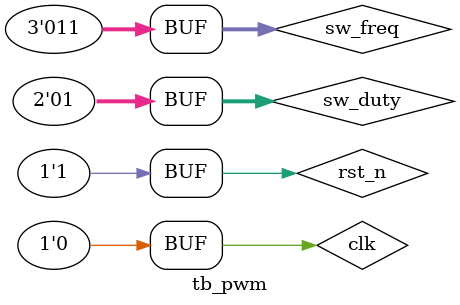
<source format=v>
`timescale 1ns / 1ps
module tb_pwm;
    reg clk,rst_n;
    reg [2:0] sw_freq;
    reg [1:0] sw_duty;
    wire clkout;
    
    pwm uut(.clk(clk),
            .rst_n(rst_n),
            .sw_freq(sw_freq),
            .sw_duty(sw_duty),
            .clkout(clkout));
            
    initial begin 
        clk = 1'b0; rst_n = 1'b0;
        sw_freq = 3'b011; sw_duty = 2'b01;
        
        #10
        rst_n = 1'b1;
       
    end
    
    always begin
        #10 clk <= 1'b1;
        #10 clk <= 1'b0;
    end
endmodule

</source>
